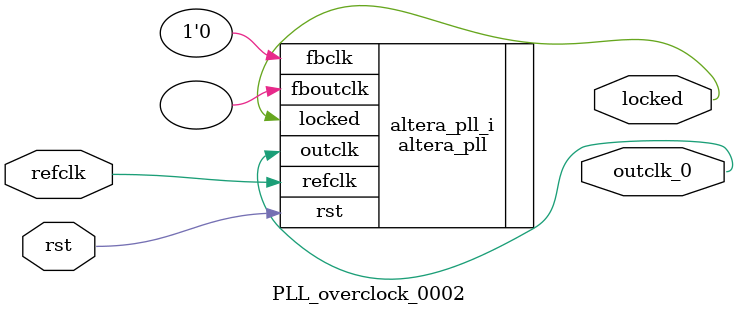
<source format=v>
`timescale 1ns/10ps
module  PLL_overclock_0002(

	// interface 'refclk'
	input wire refclk,

	// interface 'reset'
	input wire rst,

	// interface 'outclk0'
	output wire outclk_0,

	// interface 'locked'
	output wire locked
);

	altera_pll #(
		.fractional_vco_multiplier("false"),
		.reference_clock_frequency("50.0 MHz"),
		.operation_mode("direct"),
		.number_of_clocks(1),
		.output_clock_frequency0("670.000000 MHz"),
		.phase_shift0("0 ps"),
		.duty_cycle0(50),
		.output_clock_frequency1("0 MHz"),
		.phase_shift1("0 ps"),
		.duty_cycle1(50),
		.output_clock_frequency2("0 MHz"),
		.phase_shift2("0 ps"),
		.duty_cycle2(50),
		.output_clock_frequency3("0 MHz"),
		.phase_shift3("0 ps"),
		.duty_cycle3(50),
		.output_clock_frequency4("0 MHz"),
		.phase_shift4("0 ps"),
		.duty_cycle4(50),
		.output_clock_frequency5("0 MHz"),
		.phase_shift5("0 ps"),
		.duty_cycle5(50),
		.output_clock_frequency6("0 MHz"),
		.phase_shift6("0 ps"),
		.duty_cycle6(50),
		.output_clock_frequency7("0 MHz"),
		.phase_shift7("0 ps"),
		.duty_cycle7(50),
		.output_clock_frequency8("0 MHz"),
		.phase_shift8("0 ps"),
		.duty_cycle8(50),
		.output_clock_frequency9("0 MHz"),
		.phase_shift9("0 ps"),
		.duty_cycle9(50),
		.output_clock_frequency10("0 MHz"),
		.phase_shift10("0 ps"),
		.duty_cycle10(50),
		.output_clock_frequency11("0 MHz"),
		.phase_shift11("0 ps"),
		.duty_cycle11(50),
		.output_clock_frequency12("0 MHz"),
		.phase_shift12("0 ps"),
		.duty_cycle12(50),
		.output_clock_frequency13("0 MHz"),
		.phase_shift13("0 ps"),
		.duty_cycle13(50),
		.output_clock_frequency14("0 MHz"),
		.phase_shift14("0 ps"),
		.duty_cycle14(50),
		.output_clock_frequency15("0 MHz"),
		.phase_shift15("0 ps"),
		.duty_cycle15(50),
		.output_clock_frequency16("0 MHz"),
		.phase_shift16("0 ps"),
		.duty_cycle16(50),
		.output_clock_frequency17("0 MHz"),
		.phase_shift17("0 ps"),
		.duty_cycle17(50),
		.pll_type("General"),
		.pll_subtype("General")
	) altera_pll_i (
		.rst	(rst),
		.outclk	({outclk_0}),
		.locked	(locked),
		.fboutclk	( ),
		.fbclk	(1'b0),
		.refclk	(refclk)
	);
endmodule


</source>
